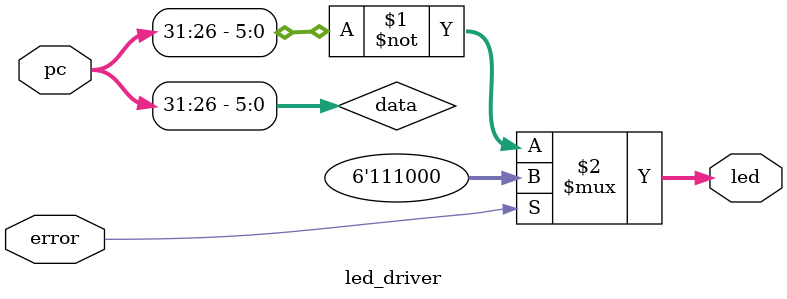
<source format=v>
module led_driver (
    input  [31:0] pc,
    input         error,
    output [5:0]  led
);
    wire [5:0] data = pc[31:26];
    assign led = error ? 6'b111000 : ~data;
endmodule
</source>
